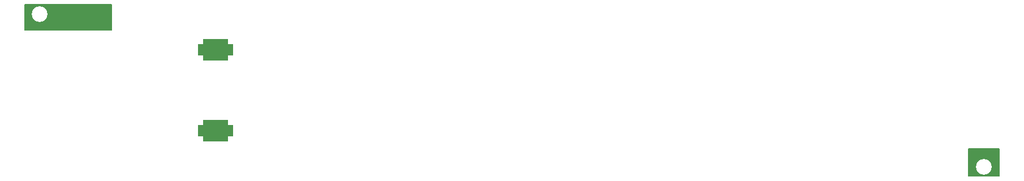
<source format=gbr>
%TF.GenerationSoftware,KiCad,Pcbnew,(6.0.1-0)*%
%TF.CreationDate,2022-12-14T20:54:25+01:00*%
%TF.ProjectId,Blokkendoos_binnenverlichting,426c6f6b-6b65-46e6-946f-6f735f62696e,rev?*%
%TF.SameCoordinates,Original*%
%TF.FileFunction,Legend,Bot*%
%TF.FilePolarity,Positive*%
%FSLAX46Y46*%
G04 Gerber Fmt 4.6, Leading zero omitted, Abs format (unit mm)*
G04 Created by KiCad (PCBNEW (6.0.1-0)) date 2022-12-14 20:54:25*
%MOMM*%
%LPD*%
G01*
G04 APERTURE LIST*
G04 Aperture macros list*
%AMRoundRect*
0 Rectangle with rounded corners*
0 $1 Rounding radius*
0 $2 $3 $4 $5 $6 $7 $8 $9 X,Y pos of 4 corners*
0 Add a 4 corners polygon primitive as box body*
4,1,4,$2,$3,$4,$5,$6,$7,$8,$9,$2,$3,0*
0 Add four circle primitives for the rounded corners*
1,1,$1+$1,$2,$3*
1,1,$1+$1,$4,$5*
1,1,$1+$1,$6,$7*
1,1,$1+$1,$8,$9*
0 Add four rect primitives between the rounded corners*
20,1,$1+$1,$2,$3,$4,$5,0*
20,1,$1+$1,$4,$5,$6,$7,0*
20,1,$1+$1,$6,$7,$8,$9,0*
20,1,$1+$1,$8,$9,$2,$3,0*%
%AMFreePoly0*
4,1,32,0.648491,0.670654,0.659828,0.669984,0.665486,0.663615,0.673355,0.660355,0.677701,0.649864,0.685243,0.641373,0.684740,0.632870,0.688000,0.625000,0.683654,0.614509,0.682984,0.603172,0.538452,0.305318,0.496471,0.000000,0.538452,-0.305318,0.682984,-0.603172,0.683654,-0.614509,0.688000,-0.625000,0.684740,-0.632870,0.685243,-0.641373,0.677701,-0.649864,0.673355,-0.660355,
0.665486,-0.663615,0.659828,-0.669984,0.648491,-0.670654,0.638000,-0.675000,-0.217000,-0.675000,-0.252355,-0.660355,-0.267000,-0.625000,-0.267000,0.625000,-0.252355,0.660355,-0.217000,0.675000,0.638000,0.675000,0.648491,0.670654,0.648491,0.670654,$1*%
G04 Aperture macros list end*
%ADD10C,0.150000*%
%ADD11C,2.350000*%
%ADD12R,1.700000X1.700000*%
%ADD13O,1.700000X1.700000*%
%ADD14RoundRect,0.805000X-1.860000X-0.805000X1.860000X-0.805000X1.860000X0.805000X-1.860000X0.805000X0*%
%ADD15C,2.200000*%
%ADD16C,2.300000*%
%ADD17FreePoly0,90.000000*%
%ADD18FreePoly0,270.000000*%
G04 APERTURE END LIST*
D10*
X-75434000Y12778000D02*
X-62480000Y12778000D01*
X-62480000Y12778000D02*
X-62480000Y8968000D01*
X-62480000Y8968000D02*
X-75434000Y8968000D01*
X-75434000Y8968000D02*
X-75434000Y12778000D01*
G36*
X-75434000Y12778000D02*
G01*
X-62480000Y12778000D01*
X-62480000Y8968000D01*
X-75434000Y8968000D01*
X-75434000Y12778000D01*
G37*
X65790000Y-8812000D02*
X70362000Y-8812000D01*
X70362000Y-8812000D02*
X70362000Y-12876000D01*
X70362000Y-12876000D02*
X65790000Y-12876000D01*
X65790000Y-12876000D02*
X65790000Y-8812000D01*
G36*
X65790000Y-8812000D02*
G01*
X70362000Y-8812000D01*
X70362000Y-12876000D01*
X65790000Y-12876000D01*
X65790000Y-8812000D01*
G37*
%LPC*%
D11*
%TO.C,REF\u002A\u002A*%
X68072000Y11376000D03*
%TD*%
D12*
%TO.C,J17*%
X19400000Y1025000D03*
D13*
X19400000Y-1515000D03*
X19400000Y-4055000D03*
%TD*%
D14*
%TO.C,J16*%
X-46873000Y6075000D03*
X-46873000Y-6075000D03*
%TD*%
D11*
%TO.C,REF\u002A\u002A*%
X-73208000Y-11474000D03*
%TD*%
%TO.C,REF\u002A\u002A*%
X5202000Y-11474000D03*
D15*
X5202000Y-11474000D03*
%TD*%
D11*
%TO.C,REF\u002A\u002A*%
X5202000Y11376000D03*
D15*
X5202000Y11376000D03*
%TD*%
D16*
%TO.C,D47*%
X-90170000Y0D03*
D17*
X-90170000Y-1900000D03*
D18*
X-90170000Y1900000D03*
%TD*%
D12*
%TO.C,J18*%
X14375000Y-3000000D03*
%TD*%
D11*
%TO.C,REF\u002A\u002A*%
X-73208000Y11376000D03*
%TD*%
D16*
%TO.C,D48*%
X90170000Y0D03*
D17*
X90170000Y-1900000D03*
D18*
X90170000Y1900000D03*
%TD*%
D11*
%TO.C,REF\u002A\u002A*%
X68072000Y-11474000D03*
%TD*%
M02*

</source>
